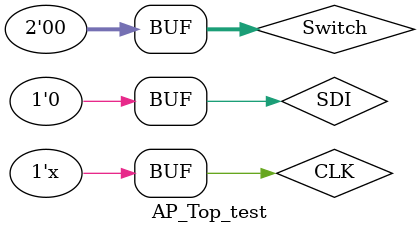
<source format=v>
`timescale 1ns / 1ps


module AP_Top_test;

	// Inputs
	reg CLK;
	reg SDI;
	reg [1:0] Switch;

	// Outputs
	wire SCLK;
	wire CS;
	wire SDO;
	wire [11:0] AD_BCDOut;
	wire [3:0] AD_Address;

	// Instantiate the Unit Under Test (UUT)
	AD_Top uut (
		.CLK(CLK), 
		.SCLK(SCLK), 
		.CS(CS), 
		.SDO(SDO), 
		.SDI(SDI), 
		.AD_BCDOut(AD_BCDOut), 
		.AD_Address(AD_Address), 
		.Switch(Switch)
	);
	
	always #10 CLK=~CLK;
	
	initial begin
		// Initialize Inputs
		CLK = 0;
		SDI = 0;
		Switch = 0;

		// Wait 100 ns for global reset to finish
		#100;
        
		// Add stimulus here

	end
      
endmodule


</source>
